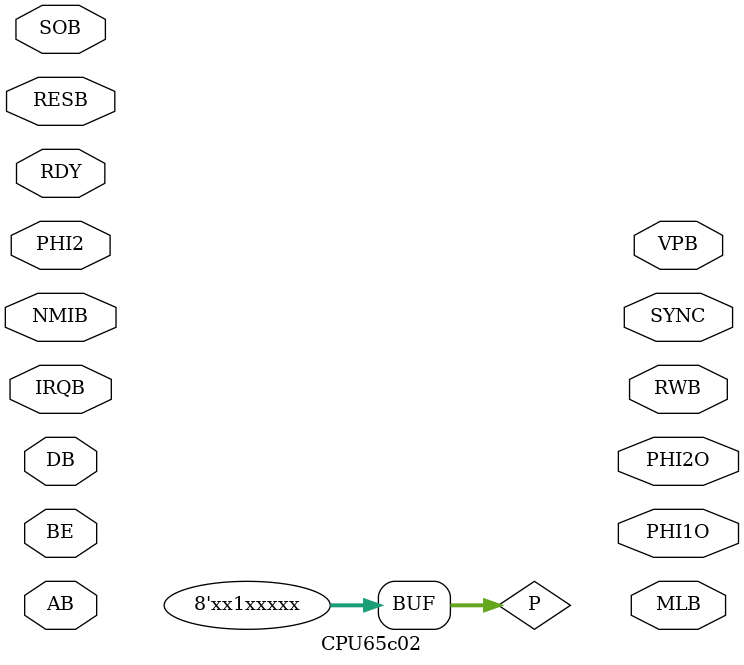
<source format=sv>

module CPU65c02 (
    inout logic [15:0] AB,   // address bus
    input logic BE,         // bus enable
    inout logic [7:0] DB,    // data bus
    input logic IRQB,       // interrupt request
    output logic MLB,       // memory lock
    input logic NMIB,       // non-maskable interrupt
    input logic PHI2,       // phase 2 in clock
    output logic PHI2O,     // phase 2 out clock
    output logic PHI1O,     // phase 1 out clock
    output logic RWB,       // read/write
    input logic RDY,        // ready   
    input logic RESB,       // reset
    input logic SOB,        // set overflow
    output logic SYNC,      // synchronize with OpCode fetch
    output logic VPB        // vector pull

);
// internal signals
logic [7:0] P = 8'bxx1xxxxx;             // Processor Status Register {N,V,-,B,D,I,Z,C} = { negative, overflow, 1, break, decimal, interrupt, zero, carry }
logic [7:0] A;                           // Accumulator
logic [7:0] Y;                           // Index Register Y
logic [7:0] X;                           // Index Register X
logic [15:0] PC;                         // Program Counter {8'PCH,8'PCL}
logic [15:0] S;                         // Stack Pointer register


endmodule

</source>
